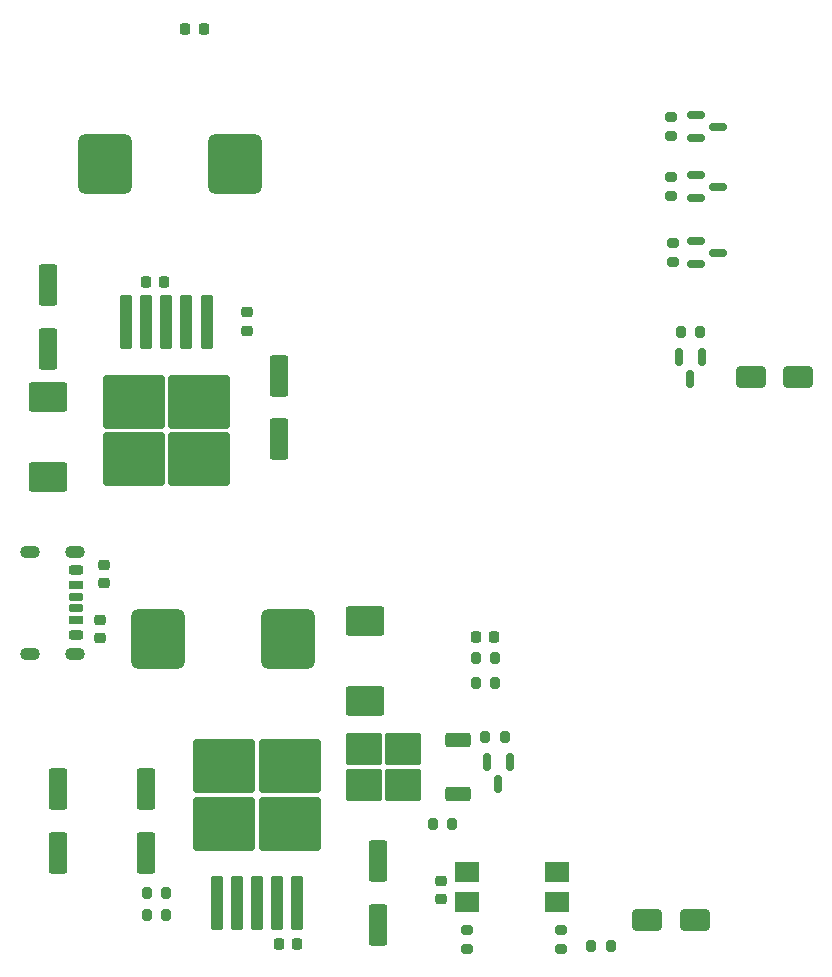
<source format=gbr>
%TF.GenerationSoftware,KiCad,Pcbnew,7.0.10*%
%TF.CreationDate,2024-02-03T01:06:53+01:00*%
%TF.ProjectId,Powerlabstech_Stool,506f7765-726c-4616-9273-746563685f53,rev?*%
%TF.SameCoordinates,Original*%
%TF.FileFunction,Paste,Top*%
%TF.FilePolarity,Positive*%
%FSLAX46Y46*%
G04 Gerber Fmt 4.6, Leading zero omitted, Abs format (unit mm)*
G04 Created by KiCad (PCBNEW 7.0.10) date 2024-02-03 01:06:53*
%MOMM*%
%LPD*%
G01*
G04 APERTURE LIST*
G04 Aperture macros list*
%AMRoundRect*
0 Rectangle with rounded corners*
0 $1 Rounding radius*
0 $2 $3 $4 $5 $6 $7 $8 $9 X,Y pos of 4 corners*
0 Add a 4 corners polygon primitive as box body*
4,1,4,$2,$3,$4,$5,$6,$7,$8,$9,$2,$3,0*
0 Add four circle primitives for the rounded corners*
1,1,$1+$1,$2,$3*
1,1,$1+$1,$4,$5*
1,1,$1+$1,$6,$7*
1,1,$1+$1,$8,$9*
0 Add four rect primitives between the rounded corners*
20,1,$1+$1,$2,$3,$4,$5,0*
20,1,$1+$1,$4,$5,$6,$7,0*
20,1,$1+$1,$6,$7,$8,$9,0*
20,1,$1+$1,$8,$9,$2,$3,0*%
G04 Aperture macros list end*
%ADD10RoundRect,0.175000X-0.425000X0.175000X-0.425000X-0.175000X0.425000X-0.175000X0.425000X0.175000X0*%
%ADD11RoundRect,0.190000X0.410000X-0.190000X0.410000X0.190000X-0.410000X0.190000X-0.410000X-0.190000X0*%
%ADD12RoundRect,0.200000X0.400000X-0.200000X0.400000X0.200000X-0.400000X0.200000X-0.400000X-0.200000X0*%
%ADD13RoundRect,0.175000X0.425000X-0.175000X0.425000X0.175000X-0.425000X0.175000X-0.425000X-0.175000X0*%
%ADD14RoundRect,0.190000X-0.410000X0.190000X-0.410000X-0.190000X0.410000X-0.190000X0.410000X0.190000X0*%
%ADD15RoundRect,0.200000X-0.400000X0.200000X-0.400000X-0.200000X0.400000X-0.200000X0.400000X0.200000X0*%
%ADD16O,1.700000X1.100000*%
%ADD17RoundRect,0.225000X0.250000X-0.225000X0.250000X0.225000X-0.250000X0.225000X-0.250000X-0.225000X0*%
%ADD18RoundRect,0.250000X1.400000X1.000000X-1.400000X1.000000X-1.400000X-1.000000X1.400000X-1.000000X0*%
%ADD19RoundRect,0.150000X-0.150000X0.587500X-0.150000X-0.587500X0.150000X-0.587500X0.150000X0.587500X0*%
%ADD20RoundRect,0.250000X-0.550000X1.500000X-0.550000X-1.500000X0.550000X-1.500000X0.550000X1.500000X0*%
%ADD21RoundRect,0.450000X1.800000X2.050000X-1.800000X2.050000X-1.800000X-2.050000X1.800000X-2.050000X0*%
%ADD22RoundRect,0.200000X-0.275000X0.200000X-0.275000X-0.200000X0.275000X-0.200000X0.275000X0.200000X0*%
%ADD23RoundRect,0.200000X0.275000X-0.200000X0.275000X0.200000X-0.275000X0.200000X-0.275000X-0.200000X0*%
%ADD24RoundRect,0.225000X0.225000X0.250000X-0.225000X0.250000X-0.225000X-0.250000X0.225000X-0.250000X0*%
%ADD25RoundRect,0.150000X-0.587500X-0.150000X0.587500X-0.150000X0.587500X0.150000X-0.587500X0.150000X0*%
%ADD26RoundRect,0.200000X-0.200000X-0.275000X0.200000X-0.275000X0.200000X0.275000X-0.200000X0.275000X0*%
%ADD27RoundRect,0.250000X-1.000000X-0.650000X1.000000X-0.650000X1.000000X0.650000X-1.000000X0.650000X0*%
%ADD28RoundRect,0.200000X0.200000X0.275000X-0.200000X0.275000X-0.200000X-0.275000X0.200000X-0.275000X0*%
%ADD29RoundRect,0.250000X-0.300000X2.050000X-0.300000X-2.050000X0.300000X-2.050000X0.300000X2.050000X0*%
%ADD30RoundRect,0.250000X-2.375000X2.025000X-2.375000X-2.025000X2.375000X-2.025000X2.375000X2.025000X0*%
%ADD31RoundRect,0.250000X0.850000X0.350000X-0.850000X0.350000X-0.850000X-0.350000X0.850000X-0.350000X0*%
%ADD32RoundRect,0.250000X1.275000X1.125000X-1.275000X1.125000X-1.275000X-1.125000X1.275000X-1.125000X0*%
%ADD33RoundRect,0.250000X-1.400000X-1.000000X1.400000X-1.000000X1.400000X1.000000X-1.400000X1.000000X0*%
%ADD34R,2.000000X1.780000*%
%ADD35RoundRect,0.250000X0.300000X-2.050000X0.300000X2.050000X-0.300000X2.050000X-0.300000X-2.050000X0*%
%ADD36RoundRect,0.250000X2.375000X-2.025000X2.375000X2.025000X-2.375000X2.025000X-2.375000X-2.025000X0*%
%ADD37RoundRect,0.225000X-0.225000X-0.250000X0.225000X-0.250000X0.225000X0.250000X-0.225000X0.250000X0*%
%ADD38RoundRect,0.250000X1.000000X0.650000X-1.000000X0.650000X-1.000000X-0.650000X1.000000X-0.650000X0*%
%ADD39RoundRect,0.225000X-0.250000X0.225000X-0.250000X-0.225000X0.250000X-0.225000X0.250000X0.225000X0*%
G04 APERTURE END LIST*
D10*
%TO.C,J6*%
X83090000Y-112590000D03*
D11*
X83090000Y-114610000D03*
D12*
X83090000Y-115840000D03*
D13*
X83090000Y-113590000D03*
D14*
X83090000Y-111570000D03*
D15*
X83090000Y-110340000D03*
D16*
X83010000Y-108770000D03*
X79210000Y-108770000D03*
X83010000Y-117410000D03*
X79210000Y-117410000D03*
%TD*%
D17*
%TO.C,C14*%
X85500000Y-109895000D03*
X85500000Y-111445000D03*
%TD*%
D18*
%TO.C,D4*%
X80772000Y-102460000D03*
X80772000Y-95660000D03*
%TD*%
D19*
%TO.C,Q1*%
X136078000Y-92280500D03*
X134178000Y-92280500D03*
X135128000Y-94155500D03*
%TD*%
D20*
%TO.C,C10*%
X81580000Y-128885000D03*
X81580000Y-134285000D03*
%TD*%
D21*
%TO.C,L2*%
X90040000Y-116160000D03*
X101040000Y-116160000D03*
%TD*%
D22*
%TO.C,R7*%
X133696000Y-82641000D03*
X133696000Y-84291000D03*
%TD*%
D23*
%TO.C,R2*%
X116200000Y-142425000D03*
X116200000Y-140775000D03*
%TD*%
D21*
%TO.C,L1*%
X96550000Y-75940000D03*
X85550000Y-75940000D03*
%TD*%
D24*
%TO.C,C9*%
X101825000Y-141960000D03*
X100275000Y-141960000D03*
%TD*%
D25*
%TO.C,Q2*%
X135620500Y-71848000D03*
X135620500Y-73748000D03*
X137495500Y-72798000D03*
%TD*%
D26*
%TO.C,R12*%
X116945000Y-119895000D03*
X118595000Y-119895000D03*
%TD*%
D23*
%TO.C,R3*%
X124200000Y-142425000D03*
X124200000Y-140775000D03*
%TD*%
D27*
%TO.C,D1*%
X131500000Y-140000000D03*
X135500000Y-140000000D03*
%TD*%
D28*
%TO.C,R4*%
X135953000Y-90170000D03*
X134303000Y-90170000D03*
%TD*%
D25*
%TO.C,Q4*%
X135620500Y-82516000D03*
X135620500Y-84416000D03*
X137495500Y-83466000D03*
%TD*%
D29*
%TO.C,U3*%
X94170000Y-89380000D03*
X92470000Y-89380000D03*
X90770000Y-89380000D03*
D30*
X93545000Y-96105000D03*
X87995000Y-96105000D03*
X93545000Y-100955000D03*
X87995000Y-100955000D03*
D29*
X89070000Y-89380000D03*
X87370000Y-89380000D03*
%TD*%
D26*
%TO.C,R11*%
X89091000Y-139585000D03*
X90741000Y-139585000D03*
%TD*%
D22*
%TO.C,R6*%
X133510000Y-77053000D03*
X133510000Y-78703000D03*
%TD*%
D20*
%TO.C,C7*%
X80750000Y-86190000D03*
X80750000Y-91590000D03*
%TD*%
D31*
%TO.C,Q5*%
X115452000Y-129280000D03*
D32*
X110827000Y-128525000D03*
X110827000Y-125475000D03*
X107477000Y-128525000D03*
X107477000Y-125475000D03*
D31*
X115452000Y-124720000D03*
%TD*%
D17*
%TO.C,C5*%
X97570000Y-90080000D03*
X97570000Y-88530000D03*
%TD*%
%TO.C,C2*%
X114000000Y-138175000D03*
X114000000Y-136625000D03*
%TD*%
D19*
%TO.C,Q6*%
X119822000Y-126570500D03*
X117922000Y-126570500D03*
X118872000Y-128445500D03*
%TD*%
D33*
%TO.C,D5*%
X107560000Y-121462500D03*
X107560000Y-114662500D03*
%TD*%
D25*
%TO.C,Q3*%
X135620500Y-76928000D03*
X135620500Y-78828000D03*
X137495500Y-77878000D03*
%TD*%
D34*
%TO.C,U1*%
X123820000Y-138420000D03*
X123820000Y-135880000D03*
X116200000Y-135880000D03*
X116200000Y-138420000D03*
%TD*%
D20*
%TO.C,C8*%
X108712000Y-134968000D03*
X108712000Y-140368000D03*
%TD*%
D28*
%TO.C,R1*%
X128410000Y-142175000D03*
X126760000Y-142175000D03*
%TD*%
D22*
%TO.C,R5*%
X133510000Y-71973000D03*
X133510000Y-73623000D03*
%TD*%
D28*
%TO.C,R10*%
X119415000Y-124460000D03*
X117765000Y-124460000D03*
%TD*%
D35*
%TO.C,U4*%
X95020000Y-138525000D03*
X96720000Y-138525000D03*
X98420000Y-138525000D03*
D36*
X95645000Y-131800000D03*
X101195000Y-131800000D03*
X95645000Y-126950000D03*
X101195000Y-126950000D03*
D35*
X100120000Y-138525000D03*
X101820000Y-138525000D03*
%TD*%
D20*
%TO.C,C4*%
X100330000Y-93880000D03*
X100330000Y-99280000D03*
%TD*%
D24*
%TO.C,C13*%
X118505000Y-116025000D03*
X116955000Y-116025000D03*
%TD*%
D28*
%TO.C,R13*%
X118615000Y-117765000D03*
X116965000Y-117765000D03*
%TD*%
D26*
%TO.C,R8*%
X113315000Y-131810000D03*
X114965000Y-131810000D03*
%TD*%
D24*
%TO.C,C3*%
X93935000Y-64520000D03*
X92385000Y-64520000D03*
%TD*%
D37*
%TO.C,C6*%
X89025000Y-85970000D03*
X90575000Y-85970000D03*
%TD*%
D38*
%TO.C,D2*%
X144240000Y-93980000D03*
X140240000Y-93980000D03*
%TD*%
D28*
%TO.C,R9*%
X90741000Y-137685000D03*
X89091000Y-137685000D03*
%TD*%
D39*
%TO.C,C12*%
X85190000Y-114575000D03*
X85190000Y-116125000D03*
%TD*%
D20*
%TO.C,C11*%
X89020000Y-128885000D03*
X89020000Y-134285000D03*
%TD*%
M02*

</source>
